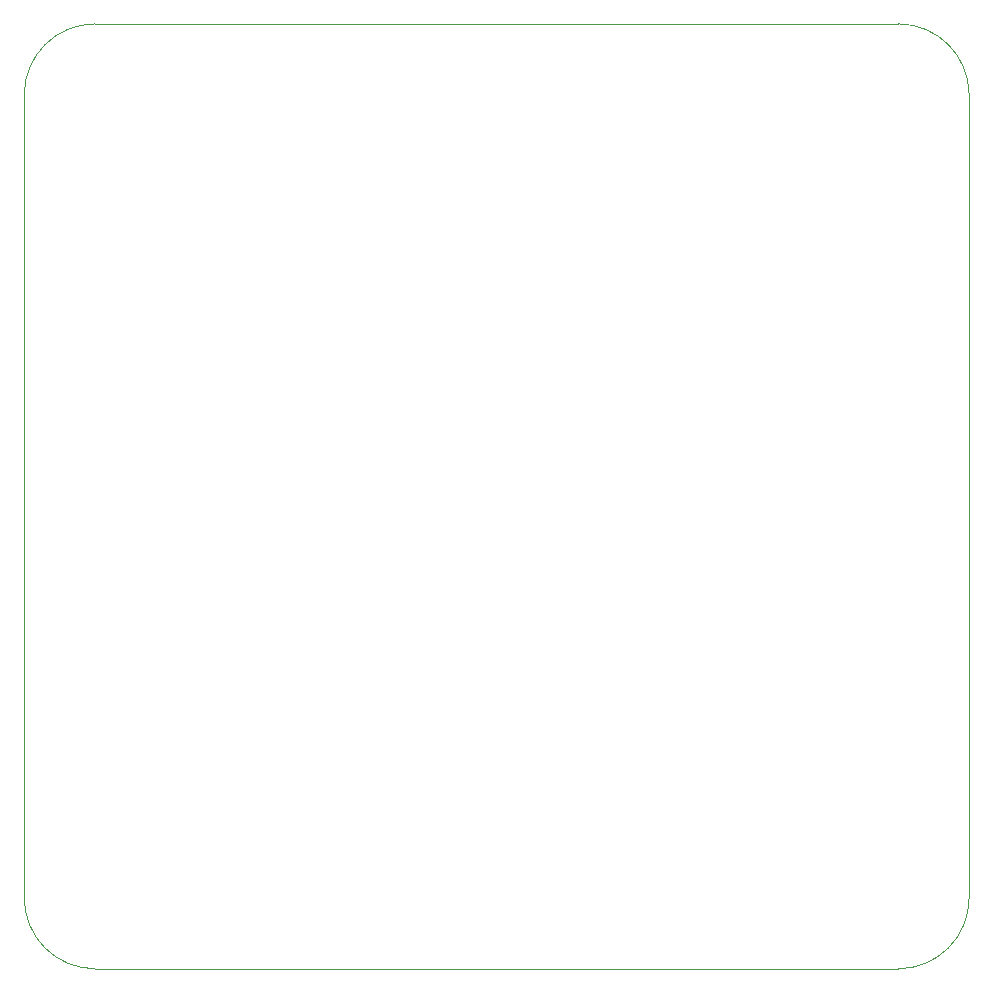
<source format=gbr>
%TF.GenerationSoftware,KiCad,Pcbnew,(6.0.10)*%
%TF.CreationDate,2023-02-25T16:57:17+08:00*%
%TF.ProjectId,LutrarmyMic_PhPwrSwitch,4c757472-6172-46d7-994d-69635f506850,rev?*%
%TF.SameCoordinates,Original*%
%TF.FileFunction,Profile,NP*%
%FSLAX46Y46*%
G04 Gerber Fmt 4.6, Leading zero omitted, Abs format (unit mm)*
G04 Created by KiCad (PCBNEW (6.0.10)) date 2023-02-25 16:57:17*
%MOMM*%
%LPD*%
G01*
G04 APERTURE LIST*
%TA.AperFunction,Profile*%
%ADD10C,0.100000*%
%TD*%
G04 APERTURE END LIST*
D10*
X135000000Y-47000000D02*
X203000000Y-47000000D01*
X135000000Y-47000000D02*
G75*
G03*
X129000000Y-53000000I0J-6000000D01*
G01*
X129000000Y-121000000D02*
X129000000Y-53000000D01*
X209000000Y-53000000D02*
X209000000Y-121000000D01*
X129000000Y-121000000D02*
G75*
G03*
X135000000Y-127000000I6000000J0D01*
G01*
X203000000Y-127000000D02*
G75*
G03*
X209000000Y-121000000I0J6000000D01*
G01*
X203000000Y-127000000D02*
X135000000Y-127000000D01*
X209000000Y-53000000D02*
G75*
G03*
X203000000Y-47000000I-6000000J0D01*
G01*
M02*

</source>
